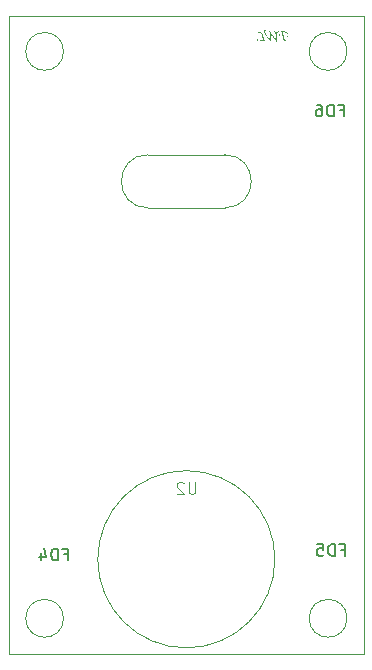
<source format=gbr>
%TF.GenerationSoftware,KiCad,Pcbnew,8.0.4*%
%TF.CreationDate,2024-11-15T13:14:51-06:00*%
%TF.ProjectId,BM_DepthIMU_v2,424d5f44-6570-4746-9849-4d555f76322e,rev?*%
%TF.SameCoordinates,Original*%
%TF.FileFunction,Legend,Bot*%
%TF.FilePolarity,Positive*%
%FSLAX46Y46*%
G04 Gerber Fmt 4.6, Leading zero omitted, Abs format (unit mm)*
G04 Created by KiCad (PCBNEW 8.0.4) date 2024-11-15 13:14:51*
%MOMM*%
%LPD*%
G01*
G04 APERTURE LIST*
%ADD10C,0.100000*%
%ADD11C,0.150000*%
%TA.AperFunction,Profile*%
%ADD12C,0.050000*%
%TD*%
G04 APERTURE END LIST*
D10*
G36*
X158159295Y-70583105D02*
G01*
X158168820Y-70630000D01*
X158216717Y-70642639D01*
X158246489Y-70645631D01*
X158297303Y-70642006D01*
X158341988Y-70636350D01*
X158392292Y-70631395D01*
X158431870Y-70630000D01*
X158484077Y-70630000D01*
X158537383Y-70630000D01*
X158573531Y-70630000D01*
X158563761Y-70583105D01*
X158513650Y-70575409D01*
X158466975Y-70558289D01*
X158462889Y-70555750D01*
X158430331Y-70517673D01*
X158424054Y-70504947D01*
X158406079Y-70452626D01*
X158390328Y-70398820D01*
X158376701Y-70349883D01*
X158361095Y-70292193D01*
X158350781Y-70253377D01*
X158263098Y-69896538D01*
X158258213Y-69879685D01*
X158307764Y-69879685D01*
X158319274Y-69879685D01*
X158372338Y-69880948D01*
X158426857Y-69885481D01*
X158480382Y-69894523D01*
X158521018Y-69906064D01*
X158567846Y-69927027D01*
X158608925Y-69956348D01*
X158632882Y-69982756D01*
X158658427Y-70028110D01*
X158669667Y-70076549D01*
X158670251Y-70090956D01*
X158662679Y-70128569D01*
X158632637Y-70166915D01*
X158609213Y-70210570D01*
X158609190Y-70211856D01*
X158622868Y-70242386D01*
X158655840Y-70254842D01*
X158700219Y-70231014D01*
X158702491Y-70227732D01*
X158722091Y-70182241D01*
X158728523Y-70133522D01*
X158728625Y-70125882D01*
X158723568Y-70074610D01*
X158708398Y-70024293D01*
X158686099Y-69979822D01*
X158676845Y-69965170D01*
X158644529Y-69924008D01*
X158606108Y-69888449D01*
X158561582Y-69858492D01*
X158534207Y-69844270D01*
X158486443Y-69825570D01*
X158433763Y-69812213D01*
X158383635Y-69804909D01*
X158329745Y-69801695D01*
X158313656Y-69801528D01*
X158262486Y-69803375D01*
X158207697Y-69807634D01*
X158157042Y-69812656D01*
X158116552Y-69817159D01*
X158066713Y-69824716D01*
X158017080Y-69830593D01*
X157977090Y-69832791D01*
X157928067Y-69825725D01*
X157916029Y-69819113D01*
X157898199Y-69782965D01*
X157900397Y-69764647D01*
X157902351Y-69748527D01*
X157890139Y-69719462D01*
X157860341Y-69707739D01*
X157826392Y-69721905D01*
X157812958Y-69760006D01*
X157828675Y-69808117D01*
X157865220Y-69842044D01*
X157868646Y-69844270D01*
X157915762Y-69864433D01*
X157967450Y-69874705D01*
X158023320Y-69879132D01*
X158054759Y-69879685D01*
X158106117Y-69879685D01*
X158154410Y-69879685D01*
X158167315Y-69929070D01*
X158179508Y-69976693D01*
X158193207Y-70030510D01*
X158197641Y-70047969D01*
X158257480Y-70286838D01*
X158293872Y-70432407D01*
X158331730Y-70598736D01*
X158282714Y-70598736D01*
X158255526Y-70598736D01*
X158205376Y-70594325D01*
X158159295Y-70583105D01*
G37*
G36*
X157296873Y-70708157D02*
G01*
X157283196Y-70259972D01*
X157280737Y-70204736D01*
X157277025Y-70150772D01*
X157272059Y-70098079D01*
X157265839Y-70046656D01*
X157258366Y-69996504D01*
X157255596Y-69980069D01*
X157285420Y-70019564D01*
X157313470Y-70060421D01*
X157341161Y-70103194D01*
X157355980Y-70126859D01*
X157390116Y-70181496D01*
X157424745Y-70235498D01*
X157459868Y-70288864D01*
X157495485Y-70341594D01*
X157531595Y-70393690D01*
X157568199Y-70445150D01*
X157605297Y-70495974D01*
X157642889Y-70546163D01*
X157680974Y-70595717D01*
X157719554Y-70644635D01*
X157745547Y-70676894D01*
X157753602Y-70622626D01*
X157759982Y-70570236D01*
X157764965Y-70521189D01*
X157769386Y-70469150D01*
X157769972Y-70461472D01*
X157773588Y-70408970D01*
X157776316Y-70359391D01*
X157778346Y-70306306D01*
X157779217Y-70257038D01*
X157779253Y-70245317D01*
X157778084Y-70190376D01*
X157774578Y-70140531D01*
X157767709Y-70089805D01*
X157756331Y-70040694D01*
X157754829Y-70035757D01*
X157735294Y-69985300D01*
X157710412Y-69937402D01*
X157682488Y-69892847D01*
X157662260Y-69864054D01*
X157716240Y-69872918D01*
X157765123Y-69886901D01*
X157814750Y-69909150D01*
X157857722Y-69938085D01*
X157867424Y-69946364D01*
X157904143Y-69984710D01*
X157930848Y-70027996D01*
X157943087Y-70076437D01*
X157943384Y-70085338D01*
X157931549Y-70133508D01*
X157928974Y-70138583D01*
X157911632Y-70182058D01*
X157923112Y-70211856D01*
X157950956Y-70223579D01*
X157986615Y-70203551D01*
X158004017Y-70155833D01*
X158005177Y-70136140D01*
X157999252Y-70084696D01*
X157983264Y-70036422D01*
X157969274Y-70007913D01*
X157941623Y-69965653D01*
X157908372Y-69928877D01*
X157873286Y-69900202D01*
X157830213Y-69873726D01*
X157783272Y-69852734D01*
X157737243Y-69838408D01*
X157685530Y-69828630D01*
X157637101Y-69821933D01*
X157596559Y-69817159D01*
X157546413Y-69817159D01*
X157529881Y-69817159D01*
X157564800Y-69868759D01*
X157595063Y-69920489D01*
X157620671Y-69972349D01*
X157641622Y-70024338D01*
X157657918Y-70076457D01*
X157669557Y-70128706D01*
X157676541Y-70181085D01*
X157678869Y-70233593D01*
X157678058Y-70284778D01*
X157676304Y-70340083D01*
X157674020Y-70398278D01*
X157671566Y-70454382D01*
X157669242Y-70504246D01*
X157668611Y-70517404D01*
X157636918Y-70476930D01*
X157607725Y-70437665D01*
X157595094Y-70419951D01*
X157567822Y-70379124D01*
X157538269Y-70333817D01*
X157510133Y-70290340D01*
X157482778Y-70247891D01*
X157476880Y-70238722D01*
X157448712Y-70194684D01*
X157421908Y-70153154D01*
X157388294Y-70101679D01*
X157357108Y-70054663D01*
X157328348Y-70012103D01*
X157295812Y-69965172D01*
X157267068Y-69925206D01*
X157246803Y-69898248D01*
X157212013Y-69859393D01*
X157174504Y-69822208D01*
X157134275Y-69786693D01*
X157125903Y-69779790D01*
X157137688Y-69828937D01*
X157148314Y-69881949D01*
X157157781Y-69938824D01*
X157166089Y-69999563D01*
X157173237Y-70064166D01*
X157179226Y-70132633D01*
X157184056Y-70204964D01*
X157186632Y-70255332D01*
X157188693Y-70307417D01*
X157190239Y-70361219D01*
X157191269Y-70416738D01*
X157191784Y-70473975D01*
X157191849Y-70503237D01*
X157019413Y-70309064D01*
X156988984Y-70269098D01*
X156958392Y-70226351D01*
X156927635Y-70180822D01*
X156901143Y-70139583D01*
X156878974Y-70103656D01*
X156854021Y-70061350D01*
X156829207Y-70016181D01*
X156806515Y-69970084D01*
X156786651Y-69920749D01*
X156785184Y-69916322D01*
X156773532Y-69866760D01*
X156770774Y-69830348D01*
X156777060Y-69781404D01*
X156788604Y-69746329D01*
X156799595Y-69705540D01*
X156786161Y-69673789D01*
X156752212Y-69660844D01*
X156710935Y-69684535D01*
X156692581Y-69730226D01*
X156688953Y-69770020D01*
X156693628Y-69818654D01*
X156705829Y-69869889D01*
X156723033Y-69921367D01*
X156736824Y-69956378D01*
X156758780Y-70003361D01*
X156783335Y-70048247D01*
X156813578Y-70098344D01*
X156841868Y-70142174D01*
X156873799Y-70189340D01*
X156909370Y-70239841D01*
X156938438Y-70279905D01*
X156948583Y-70293677D01*
X156987585Y-70345421D01*
X157025273Y-70394499D01*
X157061648Y-70440910D01*
X157096709Y-70484656D01*
X157130456Y-70525735D01*
X157162889Y-70564148D01*
X157204090Y-70611219D01*
X157242955Y-70653549D01*
X157279484Y-70691139D01*
X157296873Y-70708157D01*
G37*
G36*
X156842093Y-70630000D02*
G01*
X156834033Y-70583105D01*
X156783193Y-70572379D01*
X156737313Y-70554528D01*
X156703424Y-70516198D01*
X156693349Y-70497131D01*
X156675135Y-70448884D01*
X156659787Y-70398480D01*
X156646299Y-70349660D01*
X156640104Y-70326161D01*
X156626410Y-70270694D01*
X156613109Y-70220307D01*
X156597667Y-70166549D01*
X156580368Y-70113077D01*
X156561542Y-70064160D01*
X156559260Y-70058960D01*
X156537424Y-70015122D01*
X156509539Y-69969621D01*
X156479060Y-69930198D01*
X156441050Y-69892585D01*
X156420774Y-69876755D01*
X156379268Y-69850682D01*
X156332318Y-69830254D01*
X156279835Y-69818614D01*
X156253468Y-69817159D01*
X156203520Y-69824059D01*
X156162121Y-69844759D01*
X156129383Y-69881930D01*
X156124996Y-69902156D01*
X156136475Y-69930488D01*
X156163586Y-69942212D01*
X156208194Y-69918742D01*
X156213656Y-69913635D01*
X156252067Y-69881584D01*
X156264947Y-69873579D01*
X156300118Y-69864054D01*
X156339441Y-69875045D01*
X156378115Y-69908681D01*
X156396838Y-69932442D01*
X156424020Y-69977054D01*
X156446033Y-70023127D01*
X156460341Y-70057494D01*
X156476336Y-70103842D01*
X156491482Y-70154256D01*
X156506503Y-70208509D01*
X156514563Y-70238967D01*
X156527004Y-70287052D01*
X156541483Y-70341234D01*
X156554768Y-70388833D01*
X156569136Y-70437261D01*
X156585623Y-70487087D01*
X156592721Y-70505680D01*
X156615566Y-70550765D01*
X156639616Y-70583105D01*
X156587535Y-70569999D01*
X156537055Y-70560468D01*
X156486743Y-70556020D01*
X156483056Y-70555994D01*
X156433518Y-70558391D01*
X156415645Y-70560635D01*
X156366220Y-70569831D01*
X156317127Y-70580684D01*
X156307690Y-70582861D01*
X156257133Y-70593713D01*
X156214389Y-70598736D01*
X156170181Y-70581884D01*
X156151863Y-70543293D01*
X156161388Y-70505191D01*
X156170425Y-70468555D01*
X156159434Y-70438025D01*
X156130614Y-70426789D01*
X156095443Y-70445352D01*
X156081089Y-70492178D01*
X156081032Y-70496154D01*
X156090522Y-70546357D01*
X156118993Y-70590108D01*
X156130614Y-70601423D01*
X156172562Y-70628362D01*
X156219705Y-70642134D01*
X156264459Y-70645631D01*
X156315659Y-70644597D01*
X156368072Y-70642193D01*
X156372170Y-70641967D01*
X156425449Y-70639162D01*
X156485275Y-70636182D01*
X156537577Y-70633786D01*
X156590405Y-70631682D01*
X156643985Y-70630186D01*
X156663551Y-70630000D01*
X156712537Y-70630000D01*
X156764180Y-70630000D01*
X156817255Y-70630000D01*
X156842093Y-70630000D01*
G37*
D11*
X163173333Y-113681009D02*
X163506666Y-113681009D01*
X163506666Y-114204819D02*
X163506666Y-113204819D01*
X163506666Y-113204819D02*
X163030476Y-113204819D01*
X162649523Y-114204819D02*
X162649523Y-113204819D01*
X162649523Y-113204819D02*
X162411428Y-113204819D01*
X162411428Y-113204819D02*
X162268571Y-113252438D01*
X162268571Y-113252438D02*
X162173333Y-113347676D01*
X162173333Y-113347676D02*
X162125714Y-113442914D01*
X162125714Y-113442914D02*
X162078095Y-113633390D01*
X162078095Y-113633390D02*
X162078095Y-113776247D01*
X162078095Y-113776247D02*
X162125714Y-113966723D01*
X162125714Y-113966723D02*
X162173333Y-114061961D01*
X162173333Y-114061961D02*
X162268571Y-114157200D01*
X162268571Y-114157200D02*
X162411428Y-114204819D01*
X162411428Y-114204819D02*
X162649523Y-114204819D01*
X161173333Y-113204819D02*
X161649523Y-113204819D01*
X161649523Y-113204819D02*
X161697142Y-113681009D01*
X161697142Y-113681009D02*
X161649523Y-113633390D01*
X161649523Y-113633390D02*
X161554285Y-113585771D01*
X161554285Y-113585771D02*
X161316190Y-113585771D01*
X161316190Y-113585771D02*
X161220952Y-113633390D01*
X161220952Y-113633390D02*
X161173333Y-113681009D01*
X161173333Y-113681009D02*
X161125714Y-113776247D01*
X161125714Y-113776247D02*
X161125714Y-114014342D01*
X161125714Y-114014342D02*
X161173333Y-114109580D01*
X161173333Y-114109580D02*
X161220952Y-114157200D01*
X161220952Y-114157200D02*
X161316190Y-114204819D01*
X161316190Y-114204819D02*
X161554285Y-114204819D01*
X161554285Y-114204819D02*
X161649523Y-114157200D01*
X161649523Y-114157200D02*
X161697142Y-114109580D01*
X163073333Y-76481009D02*
X163406666Y-76481009D01*
X163406666Y-77004819D02*
X163406666Y-76004819D01*
X163406666Y-76004819D02*
X162930476Y-76004819D01*
X162549523Y-77004819D02*
X162549523Y-76004819D01*
X162549523Y-76004819D02*
X162311428Y-76004819D01*
X162311428Y-76004819D02*
X162168571Y-76052438D01*
X162168571Y-76052438D02*
X162073333Y-76147676D01*
X162073333Y-76147676D02*
X162025714Y-76242914D01*
X162025714Y-76242914D02*
X161978095Y-76433390D01*
X161978095Y-76433390D02*
X161978095Y-76576247D01*
X161978095Y-76576247D02*
X162025714Y-76766723D01*
X162025714Y-76766723D02*
X162073333Y-76861961D01*
X162073333Y-76861961D02*
X162168571Y-76957200D01*
X162168571Y-76957200D02*
X162311428Y-77004819D01*
X162311428Y-77004819D02*
X162549523Y-77004819D01*
X161120952Y-76004819D02*
X161311428Y-76004819D01*
X161311428Y-76004819D02*
X161406666Y-76052438D01*
X161406666Y-76052438D02*
X161454285Y-76100057D01*
X161454285Y-76100057D02*
X161549523Y-76242914D01*
X161549523Y-76242914D02*
X161597142Y-76433390D01*
X161597142Y-76433390D02*
X161597142Y-76814342D01*
X161597142Y-76814342D02*
X161549523Y-76909580D01*
X161549523Y-76909580D02*
X161501904Y-76957200D01*
X161501904Y-76957200D02*
X161406666Y-77004819D01*
X161406666Y-77004819D02*
X161216190Y-77004819D01*
X161216190Y-77004819D02*
X161120952Y-76957200D01*
X161120952Y-76957200D02*
X161073333Y-76909580D01*
X161073333Y-76909580D02*
X161025714Y-76814342D01*
X161025714Y-76814342D02*
X161025714Y-76576247D01*
X161025714Y-76576247D02*
X161073333Y-76481009D01*
X161073333Y-76481009D02*
X161120952Y-76433390D01*
X161120952Y-76433390D02*
X161216190Y-76385771D01*
X161216190Y-76385771D02*
X161406666Y-76385771D01*
X161406666Y-76385771D02*
X161501904Y-76433390D01*
X161501904Y-76433390D02*
X161549523Y-76481009D01*
X161549523Y-76481009D02*
X161597142Y-76576247D01*
X139723333Y-114081009D02*
X140056666Y-114081009D01*
X140056666Y-114604819D02*
X140056666Y-113604819D01*
X140056666Y-113604819D02*
X139580476Y-113604819D01*
X139199523Y-114604819D02*
X139199523Y-113604819D01*
X139199523Y-113604819D02*
X138961428Y-113604819D01*
X138961428Y-113604819D02*
X138818571Y-113652438D01*
X138818571Y-113652438D02*
X138723333Y-113747676D01*
X138723333Y-113747676D02*
X138675714Y-113842914D01*
X138675714Y-113842914D02*
X138628095Y-114033390D01*
X138628095Y-114033390D02*
X138628095Y-114176247D01*
X138628095Y-114176247D02*
X138675714Y-114366723D01*
X138675714Y-114366723D02*
X138723333Y-114461961D01*
X138723333Y-114461961D02*
X138818571Y-114557200D01*
X138818571Y-114557200D02*
X138961428Y-114604819D01*
X138961428Y-114604819D02*
X139199523Y-114604819D01*
X137770952Y-113938152D02*
X137770952Y-114604819D01*
X138009047Y-113557200D02*
X138247142Y-114271485D01*
X138247142Y-114271485D02*
X137628095Y-114271485D01*
D10*
X150851904Y-107957419D02*
X150851904Y-108766942D01*
X150851904Y-108766942D02*
X150804285Y-108862180D01*
X150804285Y-108862180D02*
X150756666Y-108909800D01*
X150756666Y-108909800D02*
X150661428Y-108957419D01*
X150661428Y-108957419D02*
X150470952Y-108957419D01*
X150470952Y-108957419D02*
X150375714Y-108909800D01*
X150375714Y-108909800D02*
X150328095Y-108862180D01*
X150328095Y-108862180D02*
X150280476Y-108766942D01*
X150280476Y-108766942D02*
X150280476Y-107957419D01*
X149851904Y-108052657D02*
X149804285Y-108005038D01*
X149804285Y-108005038D02*
X149709047Y-107957419D01*
X149709047Y-107957419D02*
X149470952Y-107957419D01*
X149470952Y-107957419D02*
X149375714Y-108005038D01*
X149375714Y-108005038D02*
X149328095Y-108052657D01*
X149328095Y-108052657D02*
X149280476Y-108147895D01*
X149280476Y-108147895D02*
X149280476Y-108243133D01*
X149280476Y-108243133D02*
X149328095Y-108385990D01*
X149328095Y-108385990D02*
X149899523Y-108957419D01*
X149899523Y-108957419D02*
X149280476Y-108957419D01*
%TO.C,U2*%
X157590000Y-114500000D02*
G75*
G02*
X142590000Y-114500000I-7500000J0D01*
G01*
X142590000Y-114500000D02*
G75*
G02*
X157590000Y-114500000I7500000J0D01*
G01*
%TD*%
D12*
X146840000Y-84750000D02*
X153340000Y-84750000D01*
X146840000Y-80250000D02*
X153340000Y-80250000D01*
X146840000Y-84750000D02*
G75*
G02*
X146840000Y-80250000I0J2250000D01*
G01*
X153340000Y-80250000D02*
G75*
G02*
X153340000Y-84750000I0J-2250000D01*
G01*
X135090000Y-68500000D02*
X165090000Y-68500000D01*
X165090000Y-122500000D01*
X135090000Y-122500000D01*
X135090000Y-68500000D01*
X139690000Y-119500000D02*
G75*
G02*
X136490000Y-119500000I-1600000J0D01*
G01*
X136490000Y-119500000D02*
G75*
G02*
X139690000Y-119500000I1600000J0D01*
G01*
X163690000Y-71500000D02*
G75*
G02*
X160490000Y-71500000I-1600000J0D01*
G01*
X160490000Y-71500000D02*
G75*
G02*
X163690000Y-71500000I1600000J0D01*
G01*
X139690000Y-71500000D02*
G75*
G02*
X136490000Y-71500000I-1600000J0D01*
G01*
X136490000Y-71500000D02*
G75*
G02*
X139690000Y-71500000I1600000J0D01*
G01*
X163690000Y-119500000D02*
G75*
G02*
X160490000Y-119500000I-1600000J0D01*
G01*
X160490000Y-119500000D02*
G75*
G02*
X163690000Y-119500000I1600000J0D01*
G01*
M02*

</source>
